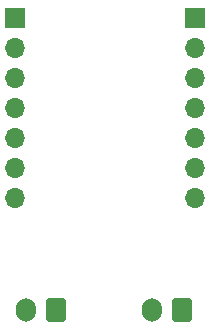
<source format=gbr>
%TF.GenerationSoftware,KiCad,Pcbnew,(6.0.5)*%
%TF.CreationDate,2022-05-19T09:16:10-04:00*%
%TF.ProjectId,OneMoreThermistor,4f6e654d-6f72-4655-9468-65726d697374,rev?*%
%TF.SameCoordinates,Original*%
%TF.FileFunction,Soldermask,Bot*%
%TF.FilePolarity,Negative*%
%FSLAX46Y46*%
G04 Gerber Fmt 4.6, Leading zero omitted, Abs format (unit mm)*
G04 Created by KiCad (PCBNEW (6.0.5)) date 2022-05-19 09:16:10*
%MOMM*%
%LPD*%
G01*
G04 APERTURE LIST*
G04 Aperture macros list*
%AMRoundRect*
0 Rectangle with rounded corners*
0 $1 Rounding radius*
0 $2 $3 $4 $5 $6 $7 $8 $9 X,Y pos of 4 corners*
0 Add a 4 corners polygon primitive as box body*
4,1,4,$2,$3,$4,$5,$6,$7,$8,$9,$2,$3,0*
0 Add four circle primitives for the rounded corners*
1,1,$1+$1,$2,$3*
1,1,$1+$1,$4,$5*
1,1,$1+$1,$6,$7*
1,1,$1+$1,$8,$9*
0 Add four rect primitives between the rounded corners*
20,1,$1+$1,$2,$3,$4,$5,0*
20,1,$1+$1,$4,$5,$6,$7,0*
20,1,$1+$1,$6,$7,$8,$9,0*
20,1,$1+$1,$8,$9,$2,$3,0*%
G04 Aperture macros list end*
%ADD10RoundRect,0.250000X0.600000X0.750000X-0.600000X0.750000X-0.600000X-0.750000X0.600000X-0.750000X0*%
%ADD11O,1.700000X2.000000*%
%ADD12R,1.700000X1.700000*%
%ADD13O,1.700000X1.700000*%
G04 APERTURE END LIST*
D10*
%TO.C,J1*%
X102997000Y-83820000D03*
D11*
X100497000Y-83820000D03*
%TD*%
D12*
%TO.C,J3*%
X104140000Y-59070000D03*
D13*
X104140000Y-61610000D03*
X104140000Y-64150000D03*
X104140000Y-66690000D03*
X104140000Y-69230000D03*
X104140000Y-71770000D03*
X104140000Y-74310000D03*
%TD*%
D10*
%TO.C,J4*%
X92329000Y-83837000D03*
D11*
X89829000Y-83837000D03*
%TD*%
D12*
%TO.C,J2*%
X88900000Y-59070000D03*
D13*
X88900000Y-61610000D03*
X88900000Y-64150000D03*
X88900000Y-66690000D03*
X88900000Y-69230000D03*
X88900000Y-71770000D03*
X88900000Y-74310000D03*
%TD*%
M02*

</source>
